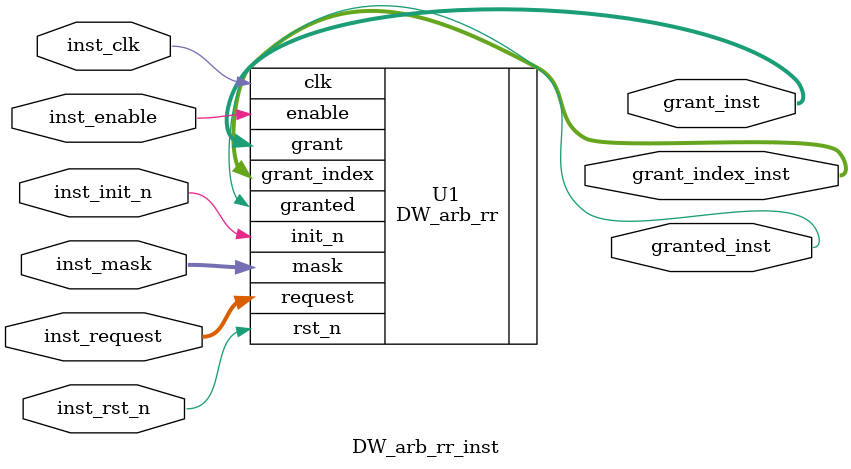
<source format=v>
module DW_arb_rr_inst ( 
                inst_clk,
                inst_rst_n,
                inst_init_n,
                inst_enable,
                inst_request,
                
		inst_mask,
                granted_inst,
                grant_inst,
                grant_index_inst );

parameter n = 4;
parameter output_mode = 1;
parameter index_mode = 0;

`define   bit_width_n 2  // ceil(log2(n + (index_mode % 2)))

input inst_clk;
input inst_rst_n;
input inst_init_n;
input inst_enable;
input [n-1 : 0] inst_request;
input [n-1 : 0] inst_mask;
output granted_inst;
output [n-1 : 0] grant_inst;
output [`bit_width_n-1 : 0] grant_index_inst;

    // Instance of DW_arb_rr
    DW_arb_rr #(n,
                output_mode,
                index_mode)
	  U1 (  .clk(inst_clk),
                .rst_n(inst_rst_n),
                .init_n(inst_init_n),
                .enable(inst_enable),
                .request(inst_request),
                .mask(inst_mask),
                .granted(granted_inst),
                .grant(grant_inst),
                .grant_index(grant_index_inst) );
               
endmodule

</source>
